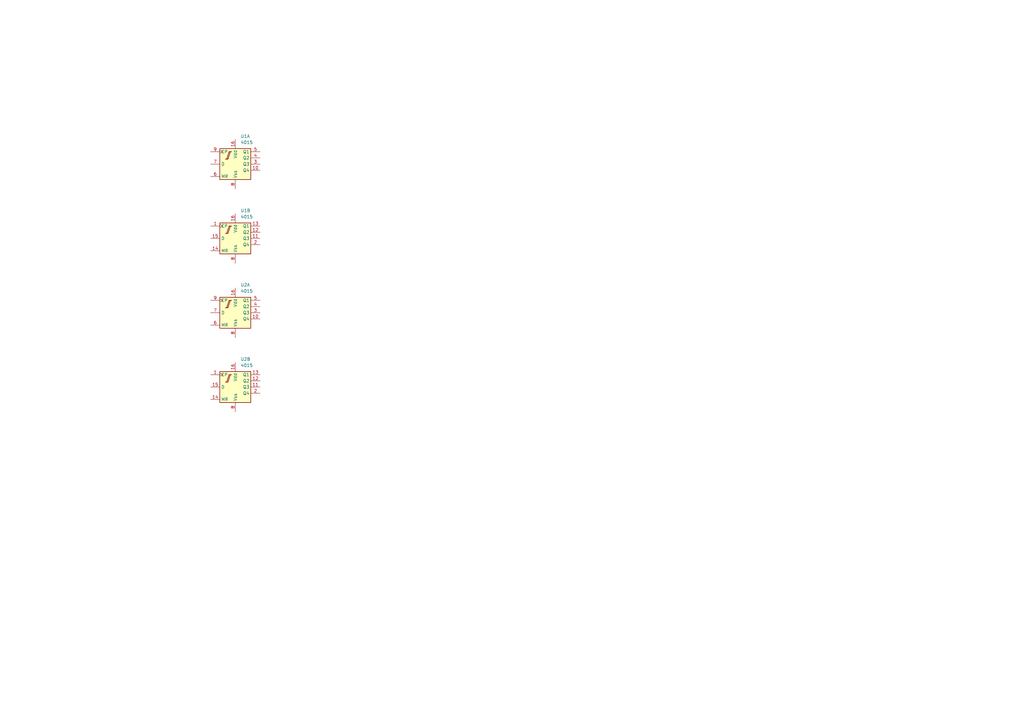
<source format=kicad_sch>
(kicad_sch (version 20250114) (generator "eeschema") (generator_version "9.0")
  (paper "A3")
  (title_block (title "Digital Noise Generator") (rev "1") (company "QuBi"))
  (lib_symbols
    (symbol "4xxx_IEEE:4015"
      (property "Reference" "U" (at 5.08 7.62 0))
      (property "Value" "4015" (at 6.35 -7.62 0))
      (symbol "4015_0_1"
        (polyline (pts (xy -4.064 2.032) (xy -3.048 2.032) (xy -2.032 5.08) (xy -1.524 5.08) (xy -2.54 5.08) (xy -3.556 2.032) (xy -3.556 2.032)) (stroke (width 0.254)) (fill (type background)))
        (rectangle (start 6.35 6.35) (end -6.35 -6.35) (stroke (width 0.254)) (fill (type background)))
        (pin power_in line (at 0 10.16 270) (length 3.81) (name "Vdd") (number "16"))
        (pin power_in line (at 0 -10.16 90) (length 3.81) (name "Vss") (number "8"))
      )
      (symbol "4015_1_1"
        (pin input clock (at -10.16 5.08 0) (length 3.81) (name "CP") (number "9"))
        (pin input line (at -10.16 0 0) (length 3.81) (name "D") (number "7"))
        (pin input line (at -10.16 -5.08 0) (length 3.81) (name "MR") (number "6"))
        (pin output line (at 10.16 5.08 180) (length 3.81) (name "Q1") (number "5"))
        (pin output line (at 10.16 2.54 180) (length 3.81) (name "Q2") (number "4"))
        (pin output line (at 10.16 0 180) (length 3.81) (name "Q3") (number "3"))
        (pin output line (at 10.16 -2.54 180) (length 3.81) (name "Q4") (number "10"))
      )
      (symbol "4015_2_1"
        (pin input clock (at -10.16 5.08 0) (length 3.81) (name "CP") (number "1"))
        (pin input line (at -10.16 0 0) (length 3.81) (name "D") (number "15"))
        (pin input line (at -10.16 -5.08 0) (length 3.81) (name "MR") (number "14"))
        (pin output line (at 10.16 5.08 180) (length 3.81) (name "Q1") (number "13"))
        (pin output line (at 10.16 2.54 180) (length 3.81) (name "Q2") (number "12"))
        (pin output line (at 10.16 0 180) (length 3.81) (name "Q3") (number "11"))
        (pin output line (at 10.16 -2.54 180) (length 3.81) (name "Q4") (number "2"))
      )
    )
  )
  (symbol (lib_id "4xxx_IEEE:4015") (at 96.52 128.27 0) (unit 1)
    (property "Reference" "U2" (at 98.6633 116.84 0) (effects (justify left)))
    (property "Value" "4015" (at 98.6633 119.38 0) (effects (justify left)))
  )
  (symbol (lib_id "4xxx_IEEE:4015") (at 96.52 67.31 0) (unit 1)
    (property "Reference" "U1" (at 98.6633 55.88 0) (effects (justify left)))
    (property "Value" "4015" (at 98.6633 58.42 0) (effects (justify left)))
  )
  (symbol (lib_id "4xxx_IEEE:4015") (at 96.52 158.75 0) (unit 2)
    (property "Reference" "U2" (at 98.6633 147.32 0) (effects (justify left)))
    (property "Value" "4015" (at 98.6633 149.86 0) (effects (justify left)))
  )
  (symbol (lib_id "4xxx_IEEE:4015") (at 96.52 97.79 0) (unit 2)
    (property "Reference" "U1" (at 98.6633 86.36 0) (effects (justify left)))
    (property "Value" "4015" (at 98.6633 88.9 0) (effects (justify left)))
  )
)
</source>
